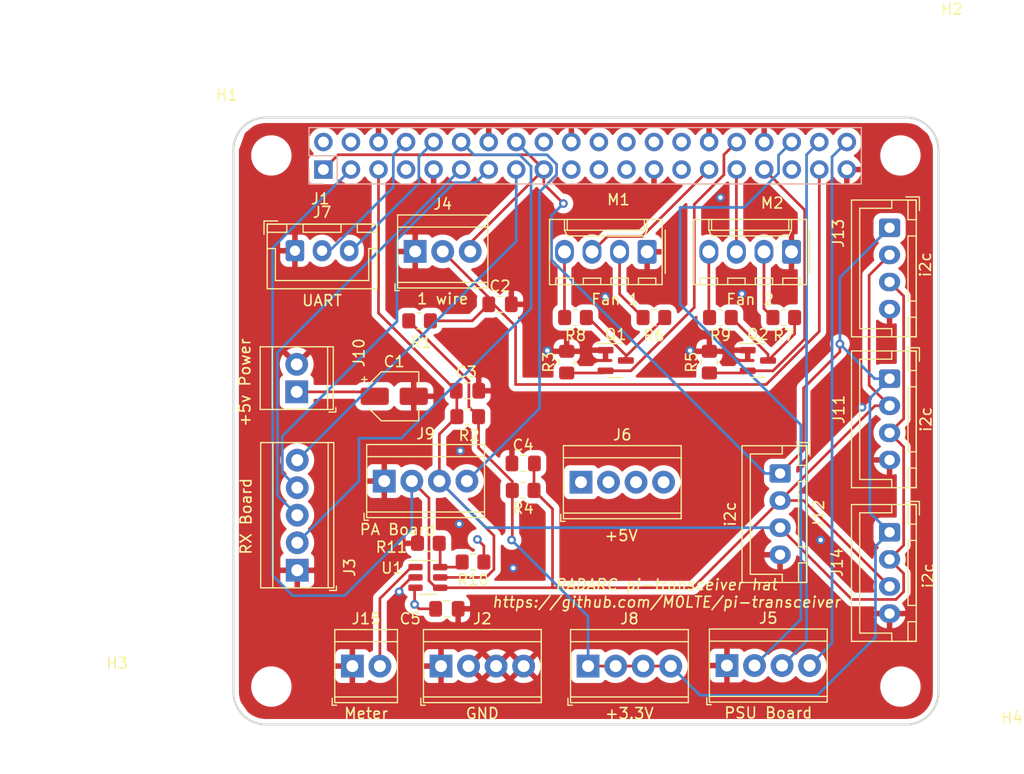
<source format=kicad_pcb>
(kicad_pcb (version 20211014) (generator pcbnew)
  (title_block (title "Internet Interrupter v1") (rev "1") (company "Edje Electronics"))
  (layers (0 "F.Cu" signal) (1 "In1.Cu" power) (2 "In2.Cu" power) (31 "B.Cu" signal) (34 "B.Paste" user) (35 "F.Paste" user) (36 "B.SilkS" user "B.Silkscreen") (37 "F.SilkS" user "F.Silkscreen") (38 "B.Mask" user) (39 "F.Mask" user) (44 "Edge.Cuts" user))
  (net 0 "")
  (net 1 "+3V3")
  (net 2 "+5V")
  (net 3 "Net-(C2-Pad1)")
  (net 4 "Net-(C3-Pad2)")
  (net 5 "GND")
  (net 6 "Net-(J1-Pad8)")
  (net 8 "Net-(J1-Pad10)")
  (net 9 "Net-(J1-Pad11)")
  (net 10 "Net-(J1-Pad12)")
  (net 11 "Net-(J1-Pad13)")
  (net 12 "Net-(J1-Pad15)")
  (net 13 "Net-(J1-Pad16)")
  (net 14 "Net-(J1-Pad29)")
  (net 15 "Net-(J1-Pad31)")
  (net 16 "Net-(J1-Pad32)")
  (net 17 "Net-(J1-Pad33)")
  (net 20 "Net-(J1-Pad36)")
  (net 25 "Net-(C4-Pad2)")
  (net 29 "Net-(J1-Pad38)")
  (net 30 "Net-(J1-Pad40)")
  (net 31 "Net-(J15-Pad2)")
  (net 32 "Net-(M1-Pad4)")
  (net 33 "Net-(M2-Pad4)")
  (net 34 "Net-(Q1-Pad3)")
  (net 36 "Net-(Q2-Pad3)")
  (net 37 "Net-(R10-Pad2)")
  (footprint "MountingHole:MountingHole_2.7mm_M2.5" (layer "F.Cu") (at 166 74.25)
    (fp_text reference "H2" (at 4.7388 -13.4932) (layer "F.SilkS"))
    (fp_text value "MountingHole_Pad")
    (pad "" np_thru_hole circle (at 0 0) (size 2.7 2.7) (drill 2.7) (layers *.Cu *.Mask))
  )
  (footprint "MountingHole:MountingHole_2.7mm_M2.5" (layer "F.Cu") (at 166 123.25)
    (fp_text reference "H4" (at 10.276 2.8864) (layer "F.SilkS"))
    (fp_text value "MountingHole_Pad")
    (pad "" np_thru_hole circle (at 0 0) (size 2.7 2.7) (drill 2.7) (layers *.Cu *.Mask))
  )
  (footprint "MountingHole:MountingHole_2.7mm_M2.5" (layer "F.Cu") (at 108 123.25)
    (fp_text reference "H3" (at -14.2232 -2.1428) (layer "F.SilkS"))
    (fp_text value "MountingHole_Pad")
    (pad "" np_thru_hole circle (at 0 0) (size 2.7 2.7) (drill 2.7) (layers *.Cu *.Mask))
  )
  (footprint "MountingHole:MountingHole_2.7mm_M2.5" (layer "F.Cu") (at 108 74.25)
    (fp_text reference "H1" (at -4.114 -5.5684) (layer "F.SilkS"))
    (fp_text value "MountingHole_Pad")
    (pad "" np_thru_hole circle (at 0 0) (size 2.7 2.7) (drill 2.7) (layers *.Cu *.Mask))
  )
  (footprint "Resistor_SMD:R_0805_2012Metric_Pad1.20x1.40mm_HandSolder" (layer "F.Cu") (at 131.2164 105.156 180)
    (fp_text reference "R4" (at 0 -1.65) (layer "F.SilkS"))
    (fp_text value "4.7K")
    (pad "1" smd roundrect (at -1 0 180) (size 1.2 1.4) (layers "F.Cu" "F.Paste" "F.Mask") (roundrect_rratio 0.2083333333) (net 25 "Net-(C4-Pad2)"))
    (pad "2" smd roundrect (at 1 0 180) (size 1.2 1.4) (layers "F.Cu" "F.Paste" "F.Mask") (roundrect_rratio 0.2083333333) (net 1 "+3V3"))
  )
  (footprint "Capacitor_SMD:C_0805_2012Metric_Pad1.18x1.45mm_HandSolder" (layer "F.Cu") (at 129.0828 87.9856)
    (fp_text reference "C2" (at 0 -1.68) (layer "F.SilkS"))
    (fp_text value "100nF")
    (pad "1" smd roundrect (at -1.0375 0) (size 1.175 1.45) (layers "F.Cu" "F.Paste" "F.Mask") (roundrect_rratio 0.2127659574) (net 3 "Net-(C2-Pad1)"))
    (pad "2" smd roundrect (at 1.0375 0) (size 1.175 1.45) (layers "F.Cu" "F.Paste" "F.Mask") (roundrect_rratio 0.2127659574) (net 5 "GND"))
  )
  (footprint "Connector_JST:JST_XH_B4B-XH-A_1x04_P2.50mm_Vertical" (layer "F.Cu") (at 154.9062 103.5904 -90)
    (fp_text reference "J12" (at 3.75 -3.55 -90) (layer "F.SilkS"))
    (fp_text value "i2c" (at 3.75 4.6 -90) (layer "F.SilkS"))
    (pad "1" thru_hole roundrect (at 0 0 270) (size 1.7 1.95) (drill 0.95) (layers *.Cu *.Mask) (roundrect_rratio 0.1470588235) (net 1 "+3V3"))
    (pad "2" thru_hole oval (at 2.5 0 270) (size 1.7 1.95) (drill 0.95) (layers *.Cu *.Mask) (net 25 "Net-(C4-Pad2)"))
    (pad "3" thru_hole oval (at 5 0 270) (size 1.7 1.95) (drill 0.95) (layers *.Cu *.Mask) (net 4 "Net-(C3-Pad2)"))
    (pad "4" thru_hole oval (at 7.5 0 270) (size 1.7 1.95) (drill 0.95) (layers *.Cu *.Mask) (net 5 "GND"))
  )
  (footprint "TerminalBlock_TE-Connectivity:TerminalBlock_TE_282834-4_1x04_P2.54mm_Horizontal" (layer "F.Cu") (at 150.0074 121.3104)
    (fp_text reference "J5" (at 3.81 -4.37) (layer "F.SilkS"))
    (fp_text value "PSU Board" (at 3.81 4.37) (layer "F.SilkS"))
    (pad "1" thru_hole rect (at 0 0) (size 2.1 2.1) (drill 1.1) (layers *.Cu *.Mask) (net 5 "GND"))
    (pad "2" thru_hole circle (at 2.54 0) (size 2.1 2.1) (drill 1.1) (layers *.Cu *.Mask) (net 20 "Net-(J1-Pad36)"))
    (pad "3" thru_hole circle (at 5.08 0) (size 2.1 2.1) (drill 1.1) (layers *.Cu *.Mask) (net 29 "Net-(J1-Pad38)"))
    (pad "4" thru_hole circle (at 7.62 0) (size 2.1 2.1) (drill 1.1) (layers *.Cu *.Mask) (net 30 "Net-(J1-Pad40)"))
  )
  (footprint "Package_TO_SOT_SMD:SOT-23" (layer "F.Cu") (at 139.7508 93.1672)
    (fp_text reference "Q1" (at 0 -2.4) (layer "F.SilkS"))
    (fp_text value "2N7000")
    (pad "1" smd roundrect (at -0.9375 -0.95) (size 1.475 0.6) (layers "F.Cu" "F.Paste" "F.Mask") (net 5 "GND"))
    (pad "2" smd roundrect (at -0.9375 0.95) (size 1.475 0.6) (layers "F.Cu" "F.Paste" "F.Mask") (net 16 "Net-(J1-Pad32)"))
    (pad "3" smd roundrect (at 0.9375 0) (size 1.475 0.6) (layers "F.Cu" "F.Paste" "F.Mask") (net 34 "Net-(Q1-Pad3)"))
  )
  (footprint "Resistor_SMD:R_0805_2012Metric_Pad1.20x1.40mm_HandSolder" (layer "F.Cu") (at 149.4028 89.2048 180)
    (fp_text reference "R9" (at 0 -1.65) (layer "F.SilkS"))
    (fp_text value "2K")
    (pad "1" smd roundrect (at -1 0 180) (size 1.2 1.4) (layers "F.Cu" "F.Paste" "F.Mask") (roundrect_rratio 0.2083333333) (net 36 "Net-(Q2-Pad3)"))
    (pad "2" smd roundrect (at 1 0 180) (size 1.2 1.4) (layers "F.Cu" "F.Paste" "F.Mask") (roundrect_rratio 0.2083333333) (net 33 "Net-(M2-Pad4)"))
  )
  (footprint "TerminalBlock_TE-Connectivity:TerminalBlock_TE_282834-4_1x04_P2.54mm_Horizontal" (layer "F.Cu") (at 118.4098 104.2924)
    (fp_text reference "J9" (at 3.81 -4.37) (layer "F.SilkS"))
    (fp_text value "PA Board" (at 1.2242 4.4704) (layer "F.SilkS"))
    (pad "1" thru_hole rect (at 0 0) (size 2.1 2.1) (drill 1.1) (layers *.Cu *.Mask) (net 5 "GND"))
    (pad "2" thru_hole circle (at 2.54 0) (size 2.1 2.1) (drill 1.1) (layers *.Cu *.Mask) (net 25 "Net-(C4-Pad2)"))
    (pad "3" thru_hole circle (at 5.08 0) (size 2.1 2.1) (drill 1.1) (layers *.Cu *.Mask) (net 4 "Net-(C3-Pad2)"))
    (pad "4" thru_hole circle (at 7.62 0) (size 2.1 2.1) (drill 1.1) (layers *.Cu *.Mask) (net 13 "Net-(J1-Pad16)"))
  )
  (footprint "Resistor_SMD:R_0805_2012Metric_Pad1.20x1.40mm_HandSolder" (layer "F.Cu") (at 136.0424 89.2048 180)
    (fp_text reference "R8" (at 0 -1.65) (layer "F.SilkS"))
    (fp_text value "2K")
    (pad "1" smd roundrect (at -1 0 180) (size 1.2 1.4) (layers "F.Cu" "F.Paste" "F.Mask") (roundrect_rratio 0.2083333333) (net 34 "Net-(Q1-Pad3)"))
    (pad "2" smd roundrect (at 1 0 180) (size 1.2 1.4) (layers "F.Cu" "F.Paste" "F.Mask") (roundrect_rratio 0.2083333333) (net 32 "Net-(M1-Pad4)"))
  )
  (footprint "TerminalBlock_TE-Connectivity:TerminalBlock_TE_282834-4_1x04_P2.54mm_Horizontal" (layer "F.Cu") (at 123.6422 121.3612)
    (fp_text reference "J2" (at 3.81 -4.37) (layer "F.SilkS"))
    (fp_text value "GND" (at 3.81 4.37) (layer "F.SilkS"))
    (pad "1" thru_hole rect (at 0 0) (size 2.1 2.1) (drill 1.1) (layers *.Cu *.Mask) (net 5 "GND"))
    (pad "2" thru_hole circle (at 2.54 0) (size 2.1 2.1) (drill 1.1) (layers *.Cu *.Mask) (net 5 "GND"))
    (pad "3" thru_hole circle (at 5.08 0) (size 2.1 2.1) (drill 1.1) (layers *.Cu *.Mask) (net 5 "GND"))
    (pad "4" thru_hole circle (at 7.62 0) (size 2.1 2.1) (drill 1.1) (layers *.Cu *.Mask) (net 5 "GND"))
  )
  (footprint "Resistor_SMD:R_0805_2012Metric_Pad1.20x1.40mm_HandSolder" (layer "F.Cu") (at 143.272 89.2048 180)
    (fp_text reference "R6" (at 0 -1.65) (layer "F.SilkS"))
    (fp_text value "10K")
    (pad "1" smd roundrect (at -1 0 180) (size 1.2 1.4) (layers "F.Cu" "F.Paste" "F.Mask") (roundrect_rratio 0.2083333333) (net 34 "Net-(Q1-Pad3)"))
    (pad "2" smd roundrect (at 1 0 180) (size 1.2 1.4) (layers "F.Cu" "F.Paste" "F.Mask") (roundrect_rratio 0.2083333333) (net 2 "+5V"))
  )
  (footprint "Resistor_SMD:R_0805_2012Metric_Pad1.20x1.40mm_HandSolder" (layer "F.Cu") (at 126.5936 111.76 180)
    (fp_text reference "R10" (at 0 -1.65) (layer "F.SilkS"))
    (fp_text value "4.7K")
    (pad "1" smd roundrect (at -1 0 180) (size 1.2 1.4) (layers "F.Cu" "F.Paste" "F.Mask") (roundrect_rratio 0.2083333333) (net 2 "+5V"))
    (pad "2" smd roundrect (at 1 0 180) (size 1.2 1.4) (layers "F.Cu" "F.Paste" "F.Mask") (roundrect_rratio 0.2083333333) (net 37 "Net-(R10-Pad2)"))
  )
  (footprint "Connector_JST:JST_XH_B4B-XH-A_1x04_P2.50mm_Vertical" (layer "F.Cu") (at 164.9984 109.0168 -90)
    (fp_text reference "J14" (at 2.794 4.826 -90) (layer "F.SilkS"))
    (fp_text value "i2c" (at 4.0132 -3.556 -90) (layer "F.SilkS"))
    (pad "1" thru_hole roundrect (at 0 0 270) (size 1.7 1.95) (drill 0.95) (layers *.Cu *.Mask) (roundrect_rratio 0.1470588235) (net 1 "+3V3"))
    (pad "2" thru_hole oval (at 2.5 0 270) (size 1.7 1.95) (drill 0.95) (layers *.Cu *.Mask) (net 4 "Net-(C3-Pad2)"))
    (pad "3" thru_hole oval (at 5 0 270) (size 1.7 1.95) (drill 0.95) (layers *.Cu *.Mask) (net 25 "Net-(C4-Pad2)"))
    (pad "4" thru_hole oval (at 7.5 0 270) (size 1.7 1.95) (drill 0.95) (layers *.Cu *.Mask) (net 5 "GND"))
  )
  (footprint "Capacitor_SMD:CP_Elec_4x5.4" (layer "F.Cu") (at 119.3292 96.4692)
    (fp_text reference "C1" (at 0 -3.2) (layer "F.SilkS"))
    (fp_text value "10uF")
    (pad "1" smd roundrect (at -1.8 0) (size 2.6 1.6) (layers "F.Cu" "F.Paste" "F.Mask") (roundrect_rratio 0.15625) (net 2 "+5V"))
    (pad "2" smd roundrect (at 1.8 0) (size 2.6 1.6) (layers "F.Cu" "F.Paste" "F.Mask") (roundrect_rratio 0.15625) (net 5 "GND"))
  )
  (footprint "TerminalBlock_TE-Connectivity:TerminalBlock_TE_282834-4_1x04_P2.54mm_Horizontal" (layer "F.Cu") (at 137.2058 121.3612)
    (fp_text reference "J8" (at 3.81 -4.37) (layer "F.SilkS"))
    (fp_text value "+3.3V" (at 3.81 4.37) (layer "F.SilkS"))
    (pad "1" thru_hole rect (at 0 0) (size 2.1 2.1) (drill 1.1) (layers *.Cu *.Mask) (net 1 "+3V3"))
    (pad "2" thru_hole circle (at 2.54 0) (size 2.1 2.1) (drill 1.1) (layers *.Cu *.Mask) (net 1 "+3V3"))
    (pad "3" thru_hole circle (at 5.08 0) (size 2.1 2.1) (drill 1.1) (layers *.Cu *.Mask) (net 1 "+3V3"))
    (pad "4" thru_hole circle (at 7.62 0) (size 2.1 2.1) (drill 1.1) (layers *.Cu *.Mask) (net 1 "+3V3"))
  )
  (footprint "Capacitor_SMD:C_0805_2012Metric_Pad1.18x1.45mm_HandSolder" (layer "F.Cu") (at 131.2164 102.6668)
    (fp_text reference "C4" (at 0 -1.68) (layer "F.SilkS"))
    (fp_text value "100nF")
    (pad "1" smd roundrect (at -1.0375 0) (size 1.175 1.45) (layers "F.Cu" "F.Paste" "F.Mask") (roundrect_rratio 0.2127659574) (net 5 "GND"))
    (pad "2" smd roundrect (at 1.0375 0) (size 1.175 1.45) (layers "F.Cu" "F.Paste" "F.Mask") (roundrect_rratio 0.2127659574) (net 25 "Net-(C4-Pad2)"))
  )
  (footprint "Connector_Molex:Molex_KK-254_AE-6410-04A_1x04_P2.54mm_Vertical" (layer "F.Cu") (at 142.6464 83.1396 180)
    (fp_text reference "M1" (at 2.6416 4.806) (layer "F.SilkS"))
    (fp_text value "Fan 1" (at 2.9464 -4.3888) (layer "F.SilkS"))
    (pad "1" thru_hole roundrect (at 0 0 180) (size 1.74 2.19) (drill 1.19) (layers *.Cu *.Mask) (roundrect_rratio 0.1436781609) (net 5 "GND"))
    (pad "2" thru_hole oval (at 2.54 0 180) (size 1.74 2.19) (drill 1.19) (layers *.Cu *.Mask) (net 2 "+5V"))
    (pad "3" thru_hole oval (at 5.08 0 180) (size 1.74 2.19) (drill 1.19) (layers *.Cu *.Mask) (net 14 "Net-(J1-Pad29)"))
    (pad "4" thru_hole oval (at 7.62 0 180) (size 1.74 2.19) (drill 1.19) (layers *.Cu *.Mask) (net 32 "Net-(M1-Pad4)"))
  )
  (footprint "Capacitor_SMD:C_0805_2012Metric_Pad1.18x1.45mm_HandSolder" (layer "F.Cu") (at 126.0856 95.9612 180)
    (fp_text reference "C3" (at 0.1016 1.7272) (layer "F.SilkS"))
    (fp_text value "100nF")
    (pad "1" smd roundrect (at -1.0375 0 180) (size 1.175 1.45) (layers "F.Cu" "F.Paste" "F.Mask") (roundrect_rratio 0.2127659574) (net 5 "GND"))
    (pad "2" smd roundrect (at 1.0375 0 180) (size 1.175 1.45) (layers "F.Cu" "F.Paste" "F.Mask") (roundrect_rratio 0.2127659574) (net 4 "Net-(C3-Pad2)"))
  )
  (footprint "Connector_JST:JST_XH_B3B-XH-A_1x03_P2.50mm_Vertical" (layer "F.Cu") (at 110.1744 83.041)
    (fp_text reference "J7" (at 2.5 -3.55) (layer "F.SilkS"))
    (fp_text value "UART" (at 2.5 4.6) (layer "F.SilkS"))
    (pad "1" thru_hole roundrect (at 0 0) (size 1.7 1.95) (drill 0.95) (layers *.Cu *.Mask) (roundrect_rratio 0.1470588235) (net 5 "GND"))
    (pad "2" thru_hole oval (at 2.5 0) (size 1.7 1.95) (drill 0.95) (layers *.Cu *.Mask) (net 6 "Net-(J1-Pad8)"))
    (pad "3" thru_hole oval (at 5 0) (size 1.7 1.95) (drill 0.95) (layers *.Cu *.Mask) (net 8 "Net-(J1-Pad10)"))
  )
  (footprint "TerminalBlock_TE-Connectivity:TerminalBlock_TE_282834-5_1x05_P2.54mm_Horizontal" (layer "F.Cu") (at 110.3884 112.522 90)
    (fp_text reference "J3" (at 0.254 4.826 90) (layer "F.SilkS"))
    (fp_text value "RX Board" (at 4.9784 -4.7244 270) (layer "F.SilkS"))
    (pad "1" thru_hole rect (at 0 0 90) (size 2.1 2.1) (drill 1.1) (layers *.Cu *.Mask) (net 5 "GND"))
    (pad "2" thru_hole circle (at 2.54 0 90) (size 2.1 2.1) (drill 1.1) (layers *.Cu *.Mask) (net 10 "Net-(J1-Pad12)"))
    (pad "3" thru_hole circle (at 5.08 0 90) (size 2.1 2.1) (drill 1.1) (layers *.Cu *.Mask) (net 9 "Net-(J1-Pad11)"))
    (pad "4" thru_hole circle (at 7.62 0 90) (size 2.1 2.1) (drill 1.1) (layers *.Cu *.Mask) (net 11 "Net-(J1-Pad13)"))
    (pad "5" thru_hole circle (at 10.16 0 90) (size 2.1 2.1) (drill 1.1) (layers *.Cu *.Mask) (net 12 "Net-(J1-Pad15)"))
  )
  (footprint "Resistor_SMD:R_0805_2012Metric_Pad1.20x1.40mm_HandSolder" (layer "F.Cu") (at 122.4788 110.0328 180)
    (fp_text reference "R11" (at 3.4036 -0.3556) (layer "F.SilkS"))
    (fp_text value "0R")
    (pad "1" smd roundrect (at -1 0 180) (size 1.2 1.4) (layers "F.Cu" "F.Paste" "F.Mask") (roundrect_rratio 0.2083333333) (net 37 "Net-(R10-Pad2)"))
    (pad "2" smd roundrect (at 1 0 180) (size 1.2 1.4) (layers "F.Cu" "F.Paste" "F.Mask") (roundrect_rratio 0.2083333333) (net 5 "GND"))
  )
  (footprint "TerminalBlock_TE-Connectivity:TerminalBlock_TE_282834-2_1x02_P2.54mm_Horizontal" (layer "F.Cu") (at 110.3376 96.0628 90)
    (fp_text reference "J10" (at 3.6068 5.7404 90) (layer "F.SilkS"))
    (fp_text value "+5v Power" (at 0.8636 -4.7752 90) (layer "F.SilkS"))
    (pad "1" thru_hole rect (at 0 0 90) (size 2.1 2.1) (drill 1.1) (layers *.Cu *.Mask) (net 2 "+5V"))
    (pad "2" thru_hole circle (at 2.54 0 90) (size 2.1 2.1) (drill 1.1) (layers *.Cu *.Mask) (net 5 "GND"))
  )
  (footprint "TerminalBlock_TE-Connectivity:TerminalBlock_TE_282834-2_1x02_P2.54mm_Horizontal" (layer "F.Cu") (at 115.4684 121.3612)
    (fp_text reference "J15" (at 1.27 -4.37) (layer "F.SilkS"))
    (fp_text value "Meter" (at 1.27 4.37) (layer "F.SilkS"))
    (pad "1" thru_hole rect (at 0 0) (size 2.1 2.1) (drill 1.1) (layers *.Cu *.Mask) (net 5 "GND"))
    (pad "2" thru_hole circle (at 2.54 0) (size 2.1 2.1) (drill 1.1) (layers *.Cu *.Mask) (net 31 "Net-(J15-Pad2)"))
  )
  (footprint "TerminalBlock_TE-Connectivity:TerminalBlock_TE_282834-3_1x03_P2.54mm_Horizontal" (layer "F.Cu") (at 121.2596 83.1088)
    (fp_text reference "J4" (at 2.54 -4.37) (layer "F.SilkS"))
    (fp_text value "1 wire" (at 2.54 4.37) (layer "F.SilkS"))
    (pad "1" thru_hole rect (at 0 0) (size 2.1 2.1) (drill 1.1) (layers *.Cu *.Mask) (net 5 "GND"))
    (pad "2" thru_hole circle (at 2.54 0) (size 2.1 2.1) (drill 1.1) (layers *.Cu *.Mask) (net 3 "Net-(C2-Pad1)"))
    (pad "3" thru_hole circle (at 5.08 0) (size 2.1 2.1) (drill 1.1) (layers *.Cu *.Mask) (net 1 "+3V3"))
  )
  (footprint "Package_TO_SOT_SMD:SOT-23" (layer "F.Cu") (at 152.8572 93.1672)
    (fp_text reference "Q2" (at 0 -2.4) (layer "F.SilkS"))
    (fp_text value "2N7000")
    (pad "1" smd roundrect (at -0.9375 -0.95) (size 1.475 0.6) (layers "F.Cu" "F.Paste" "F.Mask") (net 5 "GND"))
    (pad "2" smd roundrect (at -0.9375 0.95) (size 1.475 0.6) (layers "F.Cu" "F.Paste" "F.Mask") (net 17 "Net-(J1-Pad33)"))
    (pad "3" smd roundrect (at 0.9375 0) (size 1.475 0.6) (layers "F.Cu" "F.Paste" "F.Mask") (net 36 "Net-(Q2-Pad3)"))
  )
  (footprint "Capacitor_SMD:C_0805_2012Metric_Pad1.18x1.45mm_HandSolder" (layer "F.Cu") (at 124.1845 116.078)
    (fp_text reference "C5" (at -3.3821 0.9144) (layer "F.SilkS"))
    (fp_text value "100nF")
    (pad "1" smd roundrect (at -1.0375 0) (size 1.175 1.45) (layers "F.Cu" "F.Paste" "F.Mask") (roundrect_rratio 0.2127659574) (net 2 "+5V"))
    (pad "2" smd roundrect (at 1.0375 0) (size 1.175 1.45) (layers "F.Cu" "F.Paste" "F.Mask") (roundrect_rratio 0.2127659574) (net 5 "GND"))
  )
  (footprint "Resistor_SMD:R_0805_2012Metric_Pad1.20x1.40mm_HandSolder" (layer "F.Cu") (at 155.2448 89.2048 180)
    (fp_text reference "R7" (at 0 -1.65) (layer "F.SilkS"))
    (fp_text value "10K")
    (pad "1" smd roundrect (at -1 0 180) (size 1.2 1.4) (layers "F.Cu" "F.Paste" "F.Mask") (roundrect_rratio 0.2083333333) (net 36 "Net-(Q2-Pad3)"))
    (pad "2" smd roundrect (at 1 0 180) (size 1.2 1.4) (layers "F.Cu" "F.Paste" "F.Mask") (roundrect_rratio 0.2083333333) (net 2 "+5V"))
  )
  (footprint "Connector_Molex:Molex_KK-254_AE-6410-04A_1x04_P2.54mm_Vertical" (layer "F.Cu") (at 155.956 83.1396 180)
    (fp_text reference "M2" (at 1.778 4.5012) (layer "F.SilkS"))
    (fp_text value "Fan 2" (at 3.81 -4.3888) (layer "F.SilkS"))
    (pad "1" thru_hole roundrect (at 0 0 180) (size 1.74 2.19) (drill 1.19) (layers *.Cu *.Mask) (roundrect_rratio 0.1436781609) (net 5 "GND"))
    (pad "2" thru_hole oval (at 2.54 0 180) (size 1.74 2.19) (drill 1.19) (layers *.Cu *.Mask) (net 2 "+5V"))
    (pad "3" thru_hole oval (at 5.08 0 180) (size 1.74 2.19) (drill 1.19) (layers *.Cu *.Mask) (net 15 "Net-(J1-Pad31)"))
    (pad "4" thru_hole oval (at 7.62 0 180) (size 1.74 2.19) (drill 1.19) (layers *.Cu *.Mask) (net 33 "Net-(M2-Pad4)"))
  )
  (footprint "Resistor_SMD:R_0805_2012Metric_Pad1.20x1.40mm_HandSolder" (layer "F.Cu") (at 121.666 89.5096 180)
    (fp_text reference "R1" (at -0.1524 -1.9812) (layer "F.SilkS"))
    (fp_text value "4.7K")
    (pad "1" smd roundrect (at -1 0 180) (size 1.2 1.4) (layers "F.Cu" "F.Paste" "F.Mask") (roundrect_rratio 0.2083333333) (net 3 "Net-(C2-Pad1)"))
    (pad "2" smd roundrect (at 1 0 180) (size 1.2 1.4) (layers "F.Cu" "F.Paste" "F.Mask") (roundrect_rratio 0.2083333333) (net 1 "+3V3"))
  )
  (footprint "Resistor_SMD:R_0805_2012Metric_Pad1.20x1.40mm_HandSolder" (layer "F.Cu") (at 135.2296 93.3172 90)
    (fp_text reference "R3" (at 0 -1.65 90) (layer "F.SilkS"))
    (fp_text value "10K")
    (pad "1" smd roundrect (at -1 0 90) (size 1.2 1.4) (layers "F.Cu" "F.Paste" "F.Mask") (roundrect_rratio 0.2083333333) (net 16 "Net-(J1-Pad32)"))
    (pad "2" smd roundrect (at 1 0 90) (size 1.2 1.4) (layers "F.Cu" "F.Paste" "F.Mask") (roundrect_rratio 0.2083333333) (net 5 "GND"))
  )
  (footprint "TerminalBlock_TE-Connectivity:TerminalBlock_TE_282834-4_1x04_P2.54mm_Horizontal" (layer "F.Cu") (at 136.5454 104.394)
    (fp_text reference "J6" (at 3.81 -4.37) (layer "F.SilkS"))
    (fp_text value "+5V" (at 3.7134 4.9276) (layer "F.SilkS"))
    (pad "1" thru_hole rect (at 0 0) (size 2.1 2.1) (drill 1.1) (layers *.Cu *.Mask) (net 2 "+5V"))
    (pad "2" thru_hole circle (at 2.54 0) (size 2.1 2.1) (drill 1.1) (layers *.Cu *.Mask) (net 2 "+5V"))
    (pad "3" thru_hole circle (at 5.08 0) (size 2.1 2.1) (drill 1.1) (layers *.Cu *.Mask) (net 2 "+5V"))
    (pad "4" thru_hole circle (at 7.62 0) (size 2.1 2.1) (drill 1.1) (layers *.Cu *.Mask) (net 2 "+5V"))
  )
  (footprint "Resistor_SMD:R_0805_2012Metric_Pad1.20x1.40mm_HandSolder" (layer "F.Cu") (at 148.3868 93.3172 90)
    (fp_text reference "R5" (at 0 -1.65 90) (layer "F.SilkS"))
    (fp_text value "10K")
    (pad "1" smd roundrect (at -1 0 90) (size 1.2 1.4) (layers "F.Cu" "F.Paste" "F.Mask") (roundrect_rratio 0.2083333333) (net 17 "Net-(J1-Pad33)"))
    (pad "2" smd roundrect (at 1 0 90) (size 1.2 1.4) (layers "F.Cu" "F.Paste" "F.Mask") (roundrect_rratio 0.2083333333) (net 5 "GND"))
  )
  (footprint "Package_TO_SOT_SMD:SOT-23-6" (layer "F.Cu") (at 122.428 113.1824)
    (fp_text reference "U1" (at -3.302 -0.8636) (layer "F.SilkS"))
    (fp_text value "MCP4725xxx-xCH")
    (pad "1" smd roundrect (at -1.1375 -0.95) (size 1.325 0.6) (layers "F.Cu" "F.Paste" "F.Mask") (net 31 "Net-(J15-Pad2)"))
    (pad "2" smd roundrect (at -1.1375 0) (size 1.325 0.6) (layers "F.Cu" "F.Paste" "F.Mask") (net 5 "GND"))
    (pad "3" smd roundrect (at -1.1375 0.95) (size 1.325 0.6) (layers "F.Cu" "F.Paste" "F.Mask") (net 2 "+5V"))
    (pad "4" smd roundrect (at 1.1375 0.95) (size 1.325 0.6) (layers "F.Cu" "F.Paste" "F.Mask") (net 25 "Net-(C4-Pad2)"))
    (pad "5" smd roundrect (at 1.1375 0) (size 1.325 0.6) (layers "F.Cu" "F.Paste" "F.Mask") (net 4 "Net-(C3-Pad2)"))
    (pad "6" smd roundrect (at 1.1375 -0.95) (size 1.325 0.6) (layers "F.Cu" "F.Paste" "F.Mask") (net 37 "Net-(R10-Pad2)"))
  )
  (footprint "Connector_JST:JST_XH_B4B-XH-A_1x04_P2.50mm_Vertical" (layer "F.Cu") (at 164.9984 94.8436 -90)
    (fp_text reference "J11" (at 2.8448 4.6736 -90) (layer "F.SilkS"))
    (fp_text value "i2c" (at 3.7592 -3.3528 -90) (layer "F.SilkS"))
    (pad "1" thru_hole roundrect (at 0 0 270) (size 1.7 1.95) (drill 0.95) (layers *.Cu *.Mask) (roundrect_rratio 0.1470588235) (net 1 "+3V3"))
    (pad "2" thru_hole oval (at 2.5 0 270) (size 1.7 1.95) (drill 0.95) (layers *.Cu *.Mask) (net 25 "Net-(C4-Pad2)"))
    (pad "3" thru_hole oval (at 5 0 270) (size 1.7 1.95) (drill 0.95) (layers *.Cu *.Mask) (net 4 "Net-(C3-Pad2)"))
    (pad "4" thru_hole oval (at 7.5 0 270) (size 1.7 1.95) (drill 0.95) (layers *.Cu *.Mask) (net 5 "GND"))
  )
  (footprint "Connector_JST:JST_XH_B4B-XH-A_1x04_P2.50mm_Vertical" (layer "F.Cu") (at 164.9984 80.9244 -90)
    (fp_text reference "J13" (at 0.508 4.7244 -90) (layer "F.SilkS"))
    (fp_text value "i2c" (at 3.4036 -3.302 -90) (layer "F.SilkS"))
    (pad "1" thru_hole roundrect (at 0 0 270) (size 1.7 1.95) (drill 0.95) (layers *.Cu *.Mask) (roundrect_rratio 0.1470588235) (net 1 "+3V3"))
    (pad "2" thru_hole oval (at 2.5 0 270) (size 1.7 1.95) (drill 0.95) (layers *.Cu *.Mask) (net 25 "Net-(C4-Pad2)"))
    (pad "3" thru_hole oval (at 5 0 270) (size 1.7 1.95) (drill 0.95) (layers *.Cu *.Mask) (net 4 "Net-(C3-Pad2)"))
    (pad "4" thru_hole oval (at 7.5 0 270) (size 1.7 1.95) (drill 0.95) (layers *.Cu *.Mask) (net 5 "GND"))
  )
  (footprint "Resistor_SMD:R_0805_2012Metric_Pad1.20x1.40mm_HandSolder" (layer "F.Cu") (at 126.1016 98.3488)
    (fp_text reference "R2" (at 0.1364 1.7272) (layer "F.SilkS"))
    (fp_text value "4.7K")
    (pad "1" smd roundrect (at -1 0) (size 1.2 1.4) (layers "F.Cu" "F.Paste" "F.Mask") (roundrect_rratio 0.2083333333) (net 4 "Net-(C3-Pad2)"))
    (pad "2" smd roundrect (at 1 0) (size 1.2 1.4) (layers "F.Cu" "F.Paste" "F.Mask") (roundrect_rratio 0.2083333333) (net 1 "+3V3"))
  )
  (footprint "Connector_PinSocket_2.54mm:PinSocket_2x20_P2.54mm_Vertical" (layer "B.Cu") (at 112.8 75.55 -90)
    (fp_text reference "J1" (at 2.7 0.3) (layer "F.SilkS"))
    (fp_text value "Raspberry_Pi_2_3")
    (pad "1" thru_hole rect locked (at 0 0 270) (size 1.7 1.7) (drill 1) (layers *.Cu *.Mask) (net 1 "+3V3"))
    (pad "2" thru_hole oval locked (at -2.54 0 270) (size 1.7 1.7) (drill 1) (layers *.Cu *.Mask) (net 2 "+5V"))
    (pad "3" thru_hole oval locked (at 0 -2.54 270) (size 1.7 1.7) (drill 1) (layers *.Cu *.Mask) (net 25 "Net-(C4-Pad2)"))
    (pad "4" thru_hole oval locked (at -2.54 -2.54 270) (size 1.7 1.7) (drill 1) (layers *.Cu *.Mask) (net 2 "+5V"))
    (pad "5" thru_hole oval locked (at 0 -5.08 270) (size 1.7 1.7) (drill 1) (layers *.Cu *.Mask) (net 4 "Net-(C3-Pad2)"))
    (pad "6" thru_hole oval locked (at -2.54 -5.08 270) (size 1.7 1.7) (drill 1) (layers *.Cu *.Mask) (net 5 "GND"))
    (pad "7" thru_hole oval locked (at 0 -7.62 270) (size 1.7 1.7) (drill 1) (layers *.Cu *.Mask))
    (pad "8" thru_hole oval locked (at -2.54 -7.62 270) (size 1.7 1.7) (drill 1) (layers *.Cu *.Mask) (net 6 "Net-(J1-Pad8)"))
    (pad "9" thru_hole oval locked (at 0 -10.16 270) (size 1.7 1.7) (drill 1) (layers *.Cu *.Mask) (net 5 "GND"))
    (pad "10" thru_hole oval locked (at -2.54 -10.16 270) (size 1.7 1.7) (drill 1) (layers *.Cu *.Mask) (net 8 "Net-(J1-Pad10)"))
    (pad "11" thru_hole oval locked (at 0 -12.7 270) (size 1.7 1.7) (drill 1) (layers *.Cu *.Mask) (net 9 "Net-(J1-Pad11)"))
    (pad "12" thru_hole oval locked (at -2.54 -12.7 270) (size 1.7 1.7) (drill 1) (layers *.Cu *.Mask) (net 10 "Net-(J1-Pad12)"))
    (pad "13" thru_hole oval locked (at 0 -15.24 270) (size 1.7 1.7) (drill 1) (layers *.Cu *.Mask) (net 11 "Net-(J1-Pad13)"))
    (pad "14" thru_hole oval locked (at -2.54 -15.24 270) (size 1.7 1.7) (drill 1) (layers *.Cu *.Mask) (net 5 "GND"))
    (pad "15" thru_hole oval locked (at 0 -17.78 270) (size 1.7 1.7) (drill 1) (layers *.Cu *.Mask) (net 12 "Net-(J1-Pad15)"))
    (pad "16" thru_hole oval locked (at -2.54 -17.78 270) (size 1.7 1.7) (drill 1) (layers *.Cu *.Mask) (net 13 "Net-(J1-Pad16)"))
    (pad "17" thru_hole oval locked (at 0 -20.32 270) (size 1.7 1.7) (drill 1) (layers *.Cu *.Mask) (net 1 "+3V3"))
    (pad "18" thru_hole oval locked (at -2.54 -20.32 270) (size 1.7 1.7) (drill 1) (layers *.Cu *.Mask))
    (pad "19" thru_hole oval locked (at 0 -22.86 270) (size 1.7 1.7) (drill 1) (layers *.Cu *.Mask))
    (pad "20" thru_hole oval locked (at -2.54 -22.86 270) (size 1.7 1.7) (drill 1) (layers *.Cu *.Mask) (net 5 "GND"))
    (pad "21" thru_hole oval locked (at 0 -25.4 270) (size 1.7 1.7) (drill 1) (layers *.Cu *.Mask))
    (pad "22" thru_hole oval locked (at -2.54 -25.4 270) (size 1.7 1.7) (drill 1) (layers *.Cu *.Mask))
    (pad "23" thru_hole oval locked (at 0 -27.94 270) (size 1.7 1.7) (drill 1) (layers *.Cu *.Mask))
    (pad "24" thru_hole oval locked (at -2.54 -27.94 270) (size 1.7 1.7) (drill 1) (layers *.Cu *.Mask))
    (pad "25" thru_hole oval locked (at 0 -30.48 270) (size 1.7 1.7) (drill 1) (layers *.Cu *.Mask) (net 5 "GND"))
    (pad "26" thru_hole oval locked (at -2.54 -30.48 270) (size 1.7 1.7) (drill 1) (layers *.Cu *.Mask))
    (pad "27" thru_hole oval locked (at 0 -33.02 270) (size 1.7 1.7) (drill 1) (layers *.Cu *.Mask))
    (pad "28" thru_hole oval locked (at -2.54 -33.02 270) (size 1.7 1.7) (drill 1) (layers *.Cu *.Mask))
    (pad "29" thru_hole oval locked (at 0 -35.56 270) (size 1.7 1.7) (drill 1) (layers *.Cu *.Mask) (net 14 "Net-(J1-Pad29)"))
    (pad "30" thru_hole oval locked (at -2.54 -35.56 270) (size 1.7 1.7) (drill 1) (layers *.Cu *.Mask) (net 5 "GND"))
    (pad "31" thru_hole oval locked (at 0 -38.1 270) (size 1.7 1.7) (drill 1) (layers *.Cu *.Mask) (net 15 "Net-(J1-Pad31)"))
    (pad "32" thru_hole oval locked (at -2.54 -38.1 270) (size 1.7 1.7) (drill 1) (layers *.Cu *.Mask) (net 16 "Net-(J1-Pad32)"))
    (pad "33" thru_hole oval locked (at 0 -40.64 270) (size 1.7 1.7) (drill 1) (layers *.Cu *.Mask) (net 17 "Net-(J1-Pad33)"))
    (pad "34" thru_hole oval locked (at -2.54 -40.64 270) (size 1.7 1.7) (drill 1) (layers *.Cu *.Mask) (net 5 "GND"))
    (pad "35" thru_hole oval locked (at 0 -43.18 270) (size 1.7 1.7) (drill 1) (layers *.Cu *.Mask))
    (pad "36" thru_hole oval locked (at -2.54 -43.18 270) (size 1.7 1.7) (drill 1) (layers *.Cu *.Mask) (net 20 "Net-(J1-Pad36)"))
    (pad "37" thru_hole oval locked (at 0 -45.72 270) (size 1.7 1.7) (drill 1) (layers *.Cu *.Mask) (net 3 "Net-(C2-Pad1)"))
    (pad "38" thru_hole oval locked (at -2.54 -45.72 270) (size 1.7 1.7) (drill 1) (layers *.Cu *.Mask) (net 29 "Net-(J1-Pad38)"))
    (pad "39" thru_hole oval locked (at 0 -48.26 270) (size 1.7 1.7) (drill 1) (layers *.Cu *.Mask) (net 5 "GND"))
    (pad "40" thru_hole oval locked (at -2.54 -48.26 270) (size 1.7 1.7) (drill 1) (layers *.Cu *.Mask) (net 30 "Net-(J1-Pad40)"))
  )
  (gr_arc (start 166.5 70.75) (mid 168.62132 71.62868) (end 169.5 73.75) (layer "Edge.Cuts") (width 0.2))
  (gr_arc (start 104.5 73.75) (mid 105.37868 71.62868) (end 107.5 70.75) (layer "Edge.Cuts") (width 0.2))
  (gr_line (start 166.5 70.75) (end 107.5 70.75) (layer "Edge.Cuts") (width 0.2))
  (gr_line (start 104.5 73.75) (end 104.5 123.75) (layer "Edge.Cuts") (width 0.2))
  (gr_line (start 107.5 126.75) (end 166.5 126.75) (layer "Edge.Cuts") (width 0.2))
  (gr_arc (start 107.5 126.75) (mid 105.37868 125.87132) (end 104.5 123.75) (layer "Edge.Cuts") (width 0.2))
  (gr_line (start 169.5 73.75) (end 169.5 123.75) (layer "Edge.Cuts") (width 0.2))
  (gr_arc (start 169.5 123.75) (mid 168.62132 125.87132) (end 166.5 126.75) (layer "Edge.Cuts") (width 0.2))
  (gr_text "RADARC pi-transceiver hat\nhttps://github.com/M0LTE/pi-transceiver\n" (at 144.4244 114.6556) (layer "F.SilkS") (effects (font (size 1 1) (thickness 0.15) italic)))
  (segment (start 157.0736 101.423) (end 157.0736 95.7072) (width 0.25) (layer "F.Cu") (net 1))
  (segment (start 130.2164 105.156) (end 130.2164 109.6612) (width 0.25) (layer "F.Cu") (net 1))
  (segment (start 142.2858 121.3612) (end 139.7458 121.3612) (width 0.25) (layer "F.Cu") (net 1))
  (segment (start 127.1016 98.3488) (end 126.21108 97.45828) (width 0.25) (layer "F.Cu") (net 1))
  (segment (start 157.0736 95.7072) (end 160.419011 92.361789) (width 0.25) (layer "F.Cu") (net 1))
  (segment (start 133.12 76.8844) (end 134.9248 78.6892) (width 0.25) (layer "F.Cu") (net 1))
  (segment (start 127.1016 101.214493) (end 127.1016 98.3488) (width 0.25) (layer "F.Cu") (net 1))
  (segment (start 160.419011 91.6432) (end 160.419011 92.361789) (width 0.25) (layer "F.Cu") (net 1))
  (segment (start 139.7458 121.3612) (end 137.2058 121.3612) (width 0.25) (layer "F.Cu") (net 1))
  (segment (start 114.165489 74.184511) (end 112.8 75.55) (width 0.25) (layer "F.Cu") (net 1))
  (segment (start 130.2164 104.329293) (end 127.1016 101.214493) (width 0.25) (layer "F.Cu") (net 1))
  (segment (start 126.3396 82.3304) (end 126.3396 83.1088) (width 0.25) (layer "F.Cu") (net 1))
  (segment (start 126.21108 95.05468) (end 120.666 89.5096) (width 0.25) (layer "F.Cu") (net 1))
  (segment (start 133.12 75.55) (end 126.3396 82.3304) (width 0.25) (layer "F.Cu") (net 1))
  (segment (start 133.12 75.55) (end 131.754511 74.184511) (width 0.25) (layer "F.Cu") (net 1))
  (segment (start 154.9062 103.5904) (end 157.0736 101.423) (width 0.25) (layer "F.Cu") (net 1))
  (segment (start 144.8258 121.3612) (end 142.2858 121.3612) (width 0.25) (layer "F.Cu") (net 1))
  (segment (start 130.2164 109.6612) (end 130.1496 109.728) (width 0.25) (layer "F.Cu") (net 1))
  (segment (start 126.21108 97.45828) (end 126.21108 95.05468) (width 0.25) (layer "F.Cu") (net 1))
  (segment (start 133.12 75.55) (end 133.12 76.8844) (width 0.25) (layer "F.Cu") (net 1))
  (segment (start 130.2164 105.156) (end 130.2164 104.329293) (width 0.25) (layer "F.Cu") (net 1))
  (segment (start 131.754511 74.184511) (end 114.165489 74.184511) (width 0.25) (layer "F.Cu") (net 1))
  (via (at 130.1496 109.728) (size 0.8) (drill 0.4) (layers "F.Cu" "B.Cu") (net 1))
  (via (at 134.9248 78.6892) (size 0.8) (drill 0.4) (layers "F.Cu" "B.Cu") (net 1))
  (via (at 160.419011 91.6432) (size 0.8) (drill 0.4) (layers "F.Cu" "B.Cu") (net 1))
  (segment (start 153.5268 103.5904) (end 154.9062 103.5904) (width 0.25) (layer "B.Cu") (net 1))
  (segment (start 134.9248 78.6892) (end 133.83188 79.78212) (width 0.25) (layer "B.Cu") (net 1))
  (segment (start 164.9984 109.0168) (end 163.69888 110.31632) (width 0.25) (layer "B.Cu") (net 1))
  (segment (start 158.3436 124.0536) (end 147.5182 124.0536) (width 0.25) (layer "B.Cu") (net 1))
  (segment (start 137.2058 116.7842) (end 137.2058 121.3612) (width 0.25) (layer "B.Cu") (net 1))
  (segment (start 163.69888 118.69832) (end 158.3436 124.0536) (width 0.25) (layer "B.Cu") (net 1))
  (segment (start 147.5182 124.0536) (end 144.8258 121.3612) (width 0.25) (layer "B.Cu") (net 1))
  (segment (start 133.83188 83.89548) (end 153.5268 103.5904) (width 0.25) (layer "B.Cu") (net 1))
  (segment (start 164.9984 94.8436) (end 163.182911 96.659089) (width 0.25) (layer "B.Cu") (net 1))
  (segment (start 160.419011 91.6432) (end 160.419011 85.503789) (width 0.25) (layer "B.Cu") (net 1))
  (segment (start 160.419011 91.6432) (end 163.619411 94.8436) (width 0.25) (layer "B.Cu") (net 1))
  (segment (start 133.83188 79.78212) (end 133.83188 83.89548) (width 0.25) (layer "B.Cu") (net 1))
  (segment (start 130.1496 109.728) (end 137.2058 116.7842) (width 0.25) (layer "B.Cu") (net 1))
  (segment (start 163.619411 94.8436) (end 164.9984 94.8436) (width 0.25) (layer "B.Cu") (net 1))
  (segment (start 163.182911 107.201311) (end 164.9984 109.0168) (width 0.25) (layer "B.Cu") (net 1))
  (segment (start 163.69888 110.31632) (end 163.69888 118.69832) (width 0.25) (layer "B.Cu") (net 1))
  (segment (start 160.419011 85.503789) (end 164.9984 80.9244) (width 0.25) (layer "B.Cu") (net 1))
  (segment (start 163.182911 96.659089) (end 163.182911 107.201311) (width 0.25) (layer "B.Cu") (net 1))
  (segment (start 110.3376 96.0628) (end 117.1228 96.0628) (width 0.25) (layer "F.Cu") (net 2))
  (segment (start 121.2088 114.2141) (end 121.2905 114.1324) (width 0.25) (layer "F.Cu") (net 2))
  (segment (start 127.5936 111.76) (end 127.5936 110.2708) (width 0.25) (layer "F.Cu") (net 2))
  (segment (start 121.2088 115.6716) (end 121.2088 114.2141) (width 0.25) (layer "F.Cu") (net 2))
  (segment (start 123.147 116.078) (end 121.6152 116.078) (width 0.25) (layer "F.Cu") (net 2))
  (segment (start 153.416 83.1396) (end 153.416 88.376) (width 0.25) (layer "F.Cu") (net 2))
  (segment (start 121.6152 116.078) (end 121.2088 115.6716) (width 0.25) (layer "F.Cu") (net 2))
  (segment (start 127.5936 110.2708) (end 127 109.6772) (width 0.25) (layer "F.Cu") (net 2))
  (segment (start 117.1228 96.0628) (end 117.5292 96.4692) (width 0.25) (layer "F.Cu") (net 2))
  (segment (start 153.416 88.376) (end 154.2448 89.2048) (width 0.25) (layer "F.Cu") (net 2))
  (segment (start 140.1064 83.1396) (end 140.1064 87.0392) (width 0.25) (layer "F.Cu") (net 2))
  (segment (start 140.1064 87.0392) (end 142.272 89.2048) (width 0.25) (layer "F.Cu") (net 2))
  (via (at 121.2088 115.6716) (size 0.8) (drill 0.4) (layers "F.Cu" "B.Cu") (net 2))
  (via (at 127 109.6772) (size 0.8) (drill 0.4) (layers "F.Cu" "B.Cu") (net 2))
  (segment (start 128.0453 87.3545) (end 128.0453 87.9856) (width 0.25) (layer "F.Cu") (net 3))
  (segment (start 122.666 89.5096) (end 126.5213 89.5096) (width 0.25) (layer "F.Cu") (net 3))
  (segment (start 123.7996 83.1088) (end 128.0453 87.3545) (width 0.25) (layer "F.Cu") (net 3))
  (segment (start 128.495307 87.9856) (end 128.0453 87.9856) (width 0.25) (layer "F.Cu") (net 3))
  (segment (start 130.51672 90.007013) (end 128.495307 87.9856) (width 0.25) (layer "F.Cu") (net 3))
  (segment (start 130.51672 95.38192) (end 130.51672 90.007013) (width 0.25) (layer "F.Cu") (net 3))
  (segment (start 158.52 90.48619) (end 153.62427 95.38192) (width 0.25) (layer "F.Cu") (net 3))
  (segment (start 153.62427 95.38192) (end 130.51672 95.38192) (width 0.25) (layer "F.Cu") (net 3))
  (segment (start 126.5213 89.5096) (end 128.0453 87.9856) (width 0.25) (layer "F.Cu") (net 3))
  (segment (start 158.52 75.55) (end 158.52 90.48619) (width 0.25) (layer "F.Cu") (net 3))
  (segment (start 128.51812 112.447973) (end 128.51812 109.32072) (width 0.25) (layer "F.Cu") (net 4))
  (segment (start 117.88 75.55) (end 117.88 88.7931) (width 0.25) (layer "F.Cu") (net 4))
  (segment (start 164.9984 99.8436) (end 166.29792 101.14312) (width 0.25) (layer "F.Cu") (net 4))
  (segment (start 127.783693 113.1824) (end 123.5655 113.1824) (width 0.25) (layer "F.Cu") (net 4))
  (segment (start 125.1016 98.3488) (end 125.1016 96.0147) (width 0.25) (layer "F.Cu") (net 4))
  (segment (start 117.88 88.7931) (end 125.0481 95.9612) (width 0.25) (layer "F.Cu") (net 4))
  (segment (start 164.9984 111.5168) (end 166.29792 112.81632) (width 0.25) (layer "F.Cu") (net 4))
  (segment (start 161.5302 115.2144) (end 154.9062 108.5904) (width 0.25) (layer "F.Cu") (net 4))
  (segment (start 127.783693 113.1824) (end 128.51812 112.447973) (width 0.25) (layer "F.Cu") (net 4))
  (segment (start 166.29792 87.22392) (end 166.29792 98.54408) (width 0.25) (layer "F.Cu") (net 4))
  (segment (start 166.29792 110.21728) (end 164.9984 111.5168) (width 0.25) (layer "F.Cu") (net 4))
  (segment (start 125.1016 96.0147) (end 125.0481 95.9612) (width 0.25) (layer "F.Cu") (net 4))
  (segment (start 166.29792 101.14312) (end 166.29792 110.21728) (width 0.25) (layer "F.Cu") (net 4))
  (segment (start 165.586822 115.2144) (end 161.5302 115.2144) (width 0.25) (layer "F.Cu") (net 4))
  (segment (start 123.4898 104.2924) (end 123.4898 99.9606) (width 0.25) (layer "F.Cu") (net 4))
  (segment (start 166.29792 114.503302) (end 165.586822 115.2144) (width 0.25) (layer "F.Cu") (net 4))
  (segment (start 166.29792 98.54408) (end 164.9984 99.8436) (width 0.25) (layer "F.Cu") (net 4))
  (segment (start 123.4898 99.9606) (end 125.1016 98.3488) (width 0.25) (layer "F.Cu") (net 4))
  (segment (start 128.51812 109.32072) (end 123.4898 104.2924) (width 0.25) (layer "F.Cu") (net 4))
  (segment (start 164.9984 85.9244) (end 166.29792 87.22392) (width 0.25) (layer "F.Cu") (net 4))
  (segment (start 166.29792 112.81632) (end 166.29792 114.503302) (width 0.25) (layer "F.Cu") (net 4))
  (segment (start 127.7878 108.5904) (end 123.4898 104.2924) (width 0.25) (layer "B.Cu") (net 4))
  (segment (start 154.9062 108.5904) (end 127.7878 108.5904) (width 0.25) (layer "B.Cu") (net 4))
  (segment (start 151.8197 92.3172) (end 151.9197 92.2172) (width 0.25) (layer "F.Cu") (net 5))
  (segment (start 135.1652 92.2528) (end 135.2296 92.3172) (width 0.25) (layer "F.Cu") (net 5))
  (segment (start 148.3224 92.2528) (end 148.3868 92.3172) (width 0.25) (layer "F.Cu") (net 5))
  (segment (start 120.906928 113.1824) (end 121.2905 113.1824) (width 0.25) (layer "F.Cu") (net 5))
  (segment (start 146.6088 92.2528) (end 148.3224 92.2528) (width 0.25) (layer "F.Cu") (net 5))
  (segment (start 148.3868 92.3172) (end 151.8197 92.3172) (width 0.25) (layer "F.Cu") (net 5))
  (segment (start 119.7864 114.5032) (end 119.7864 114.302928) (width 0.25) (layer "F.Cu") (net 5))
  (segment (start 138.8133 92.2172) (end 135.3296 92.2172) (width 0.25) (layer "F.Cu") (net 5))
  (segment (start 119.7864 114.302928) (end 120.906928 113.1824) (width 0.25) (layer "F.Cu") (net 5))
  (segment (start 133.4516 92.2528) (end 135.1652 92.2528) (width 0.25) (layer "F.Cu") (net 5))
  (segment (start 135.3296 92.2172) (end 135.2296 92.3172) (width 0.25) (layer "F.Cu") (net 5))
  (segment (start 162.4388 97.4656) (end 162.4584 97.4852) (width 0.25) (layer "F.Cu") (net 5))
  (via (at 119.7864 114.5032) (size 0.8) (drill 0.4) (layers "F.Cu" "B.Cu") (net 5))
  (via (at 138.7856 87.2744) (size 0.8) (drill 0.4) (layers "F.Cu" "B.Cu") (net 5))
  (via (at 151.384 87.0204) (size 0.8) (drill 0.4) (layers "F.Cu" "B.Cu") (net 5))
  (via (at 146.6088 92.2528) (size 0.8) (drill 0.4) (layers "F.Cu" "B.Cu") (net 5))
  (via (at 158.6484 109.728) (size 0.8) (drill 0.4) (layers "F.Cu" "B.Cu") (net 5))
  (via (at 125.4252 101.4984) (size 0.8) (drill 0.4) (layers "F.Cu" "B.Cu") (net 5))
  (via (at 149.4028 78.1304) (size 0.8) (drill 0.4) (layers "F.Cu" "B.Cu") (net 5))
  (via (at 133.4516 92.2528) (size 0.8) (drill 0.4) (layers "F.Cu" "B.Cu") (net 5))
  (via (at 162.4584 97.4852) (size 0.8) (drill 0.4) (layers "F.Cu" "B.Cu") (net 5))
  (via (at 125.3236 108.2548) (size 0.8) (drill 0.4) (layers "F.Cu" "B.Cu") (net 5))
  (via (at 130.302 112.3188) (size 0.8) (drill 0.4) (layers "F.Cu" "B.Cu") (net 5))
  (segment (start 119.245489 77.178911) (end 119.245489 74.184511) (width 0.25) (layer "B.Cu") (net 6))
  (segment (start 119.245489 74.184511) (end 120.42 73.01) (width 0.25) (layer "B.Cu") (net 6))
  (segment (start 113.3834 83.041) (end 119.245489 77.178911) (width 0.25) (layer "B.Cu") (net 6))
  (segment (start 112.6744 83.041) (end 113.3834 83.041) (width 0.25) (layer "B.Cu") (net 6))
  (segment (start 115.3834 83.041) (end 121.594511 76.829889) (width 0.25) (layer "B.Cu") (net 8))
  (segment (start 115.1744 83.041) (end 115.3834 83.041) (width 0.25) (layer "B.Cu") (net 8))
  (segment (start 121.594511 76.829889) (end 121.594511 74.375489) (width 0.25) (layer "B.Cu") (net 8))
  (segment (start 121.594511 74.375489) (end 122.96 73.01) (width 0.25) (layer "B.Cu") (net 8))
  (segment (start 110.3884 107.442) (end 108.564369 105.617969) (width 0.25) (layer "B.Cu") (net 9))
  (segment (start 108.564369 105.617969) (end 108.564369 92.419291) (width 0.25) (layer "B.Cu") (net 9))
  (segment (start 108.564369 92.419291) (end 125.43366 75.55) (width 0.25) (layer "B.Cu") (net 9))
  (segment (start 125.43366 75.55) (end 125.5 75.55) (width 0.25) (layer "B.Cu") (net 9))
  (segment (start 131.945489 88.374111) (end 131.945489 75.254479) (width 0.25) (layer "B.Cu") (net 10))
  (segment (start 131.945489 75.254479) (end 130.875521 74.184511) (width 0.25) (layer "B.Cu") (net 10))
  (segment (start 130.875521 74.184511) (end 126.674511 74.184511) (width 0.25) (layer "B.Cu") (net 10))
  (segment (start 126.674511 74.184511) (end 125.5 73.01) (width 0.25) (layer "B.Cu") (net 10))
  (segment (start 131.945489 88.374111) (end 119.9896 100.33) (width 0.25) (layer "B.Cu") (net 10))
  (segment (start 116.078 104.2924) (end 116.078 100.33) (width 0.25) (layer "B.Cu") (net 10))
  (segment (start 110.3884 109.982) (end 116.078 104.2924) (width 0.25) (layer "B.Cu") (net 10))
  (segment (start 119.9896 100.33) (end 116.078 100.33) (width 0.25) (layer "B.Cu") (net 10))
  (segment (start 119.5832 82.036178) (end 124.860578 76.7588) (width 0.25) (layer "B.Cu") (net 11))
  (segment (start 109.013889 103.527489) (end 109.013889 100.135533) (width 0.25) (layer "B.Cu") (net 11))
  (segment (start 124.860578 76.7588) (end 126.8312 76.7588) (width 0.25) (layer "B.Cu") (net 11))
  (segment (start 109.013889 100.135533) (end 119.5832 89.566222) (width 0.25) (layer "B.Cu") (net 11))
  (segment (start 126.8312 76.7588) (end 128.04 75.55) (width 0.25) (layer "B.Cu") (net 11))
  (segment (start 119.5832 89.566222) (end 119.5832 82.036178) (width 0.25) (layer "B.Cu") (net 11))
  (segment (start 110.3884 104.902) (end 109.013889 103.527489) (width 0.25) (layer "B.Cu") (net 11))
  (segment (start 130.58 82.1704) (end 130.58 75.55) (width 0.25) (layer "B.Cu") (net 12))
  (segment (start 110.3884 102.362) (end 130.58 82.1704) (width 0.25) (layer "B.Cu") (net 12))
  (segment (start 134.294511 76.036499) (end 134.294511 75.063501) (width 0.25) (layer "B.Cu") (net 13))
  (segment (start 126.0298 104.2924) (end 132.727089 97.595111) (width 0.25) (layer "B.Cu") (net 13))
  (segment (start 134.294511 75.063501) (end 133.415521 74.184511) (width 0.25) (layer "B.Cu") (net 13))
  (segment (start 132.727089 77.603921) (end 134.294511 76.036499) (width 0.25) (layer "B.Cu") (net 13))
  (segment (start 132.727089 97.595111) (end 132.727089 77.603921) (width 0.25) (layer "B.Cu") (net 13))
  (segment (start 133.415521 74.184511) (end 131.754511 74.184511) (width 0.25) (layer "B.Cu") (net 13))
  (segment (start 131.754511 74.184511) (end 130.58 73.01) (width 0.25) (layer "B.Cu") (net 13))
  (segment (start 137.5664 83.1396) (end 138.98592 81.72008) (width 0.25) (layer "F.Cu") (net 14))
  (segment (start 142.18992 81.72008) (end 148.36 75.55) (width 0.25) (layer "F.Cu") (net 14))
  (segment (start 138.98592 81.72008) (end 142.18992 81.72008) (width 0.25) (layer "F.Cu") (net 14))
  (segment (start 150.876 75.574) (end 150.9 75.55) (width 0.25) (layer "F.Cu") (net 15))
  (segment (start 150.876 83.1396) (end 150.876 75.574) (width 0.25) (layer "F.Cu") (net 15))
  (segment (start 149.725489 74.184511) (end 150.9 73.01) (width 0.25) (layer "F.Cu") (net 16))
  (segment (start 135.2296 94.3172) (end 138.6133 94.3172) (width 0.25) (layer "F.Cu") (net 16))
  (segment (start 146.994511 88.269561) (end 146.994511 78.760689) (width 0.25) (layer "F.Cu") (net 16))
  (segment (start 149.725489 76.029711) (end 149.725489 74.184511) (width 0.25) (layer "F.Cu") (net 16))
  (segment (start 146.994511 78.760689) (end 149.725489 76.029711) (width 0.25) (layer "F.Cu") (net 16))
  (segment (start 138.6133 94.3172) (end 138.8133 94.1172) (width 0.25) (layer "F.Cu") (net 16))
  (segment (start 138.8133 94.1172) (end 141.146872 94.1172) (width 0.25) (layer "F.Cu") (net 16))
  (segment (start 141.146872 94.1172) (end 146.994511 88.269561) (width 0.25) (layer "F.Cu") (net 16))
  (segment (start 154.253272 94.1172) (end 157.16932 91.201152) (width 0.25) (layer "F.Cu") (net 17))
  (segment (start 151.7197 94.3172) (end 151.9197 94.1172) (width 0.25) (layer "F.Cu") (net 17))
  (segment (start 157.16932 79.27932) (end 153.44 75.55) (width 0.25) (layer "F.Cu") (net 17))
  (segment (start 148.3868 94.3172) (end 151.7197 94.3172) (width 0.25) (layer "F.Cu") (net 17))
  (segment (start 151.9197 94.1172) (end 154.253272 94.1172) (width 0.25) (layer "F.Cu") (net 17))
  (segment (start 157.16932 91.201152) (end 157.16932 79.27932) (width 0.25) (layer "F.Cu") (net 17))
  (segment (start 156.8196 99.1108) (end 145.6944 87.9856) (width 0.25) (layer "B.Cu") (net 20))
  (segment (start 156.8196 117.0382) (end 156.8196 99.1108) (width 0.25) (layer "B.Cu") (net 20))
  (segment (start 145.6944 79.0448) (end 151.60621 79.0448) (width 0.25) (layer "B.Cu") (net 20))
  (segment (start 145.6944 87.9856) (end 145.6944 79.0448) (width 0.25) (layer "B.Cu") (net 20))
  (segment (start 154.76148 74.22852) (end 155.98 73.01) (width 0.25) (layer "B.Cu") (net 20))
  (segment (start 151.60621 79.0448) (end 154.76148 75.88953) (width 0.25) (layer "B.Cu") (net 20))
  (segment (start 154.76148 75.88953) (end 154.76148 74.22852) (width 0.25) (layer "B.Cu") (net 20))
  (segment (start 152.5474 121.3104) (end 156.8196 117.0382) (width 0.25) (layer "B.Cu") (net 20))
  (segment (start 163.653 97.3436) (end 154.9062 106.0904) (width 0.25) (layer "F.Cu") (net 25))
  (segment (start 133.924 114.1324) (end 146.8642 114.1324) (width 0.25) (layer "F.Cu") (net 25))
  (segment (start 123.5655 114.1324) (end 133.924 114.1324) (width 0.25) (layer "F.Cu") (net 25))
  (segment (start 122.5296 105.8722) (end 120.9498 104.2924) (width 0.25) (layer "F.Cu") (net 25))
  (segment (start 132.2164 102.7043) (end 132.2539 102.6668) (width 0.25) (layer "F.Cu") (net 25))
  (segment (start 157.072 106.0904) (end 164.9984 114.0168) (width 0.25) (layer "F.Cu") (net 25))
  (segment (start 132.2164 105.156) (end 132.2164 102.7043) (width 0.25) (layer "F.Cu") (net 25))
  (segment (start 123.181928 114.1324) (end 122.5296 113.480072) (width 0.25) (layer "F.Cu") (net 25))
  (segment (start 122.5296 113.480072) (end 122.5296 105.8722) (width 0.25) (layer "F.Cu") (net 25))
  (segment (start 164.9984 97.3436) (end 163.653 97.3436) (width 0.25) (layer "F.Cu") (net 25))
  (segment (start 123.5655 114.1324) (end 123.181928 114.1324) (width 0.25) (layer "F.Cu") (net 25))
  (segment (start 132.2164 105.156) (end 133.924 106.8636) (width 0.25) (layer "F.Cu") (net 25))
  (segment (start 163.1188 85.304) (end 163.1188 95.464) (width 0.25) (layer "F.Cu") (net 25))
  (segment (start 146.8642 114.1324) (end 154.9062 106.0904) (width 0.25) (layer "F.Cu") (net 25))
  (segment (start 154.9062 106.0904) (end 157.072 106.0904) (width 0.25) (layer "F.Cu") (net 25))
  (segment (start 164.9984 83.4244) (end 163.1188 85.304) (width 0.25) (layer "F.Cu") (net 25))
  (segment (start 163.1188 95.464) (end 164.9984 97.3436) (width 0.25) (layer "F.Cu") (net 25))
  (segment (start 133.924 106.8636) (end 133.924 114.1324) (width 0.25) (layer "F.Cu") (net 25))
  (segment (start 114.7572 114.8588) (end 120.9498 108.6662) (width 0.25) (layer "B.Cu") (net 25))
  (segment (start 108.114849 112.997471) (end 109.976178 114.8588) (width 0.25) (layer "B.Cu") (net 25))
  (segment (start 115.34 75.55) (end 108.114849 82.775151) (width 0.25) (layer "B.Cu") (net 25))
  (segment (start 108.114849 82.775151) (end 108.114849 112.997471) (width 0.25) (layer "B.Cu") (net 25))
  (segment (start 120.9498 108.6662) (end 120.9498 104.2924) (width 0.25) (layer "B.Cu") (net 25))
  (segment (start 109.976178 114.8588) (end 114.7572 114.8588) (width 0.25) (layer "B.Cu") (net 25))
  (segment (start 157.345489 119.052311) (end 157.345489 74.184511) (width 0.25) (layer "B.Cu") (net 29))
  (segment (start 157.345489 74.184511) (end 158.52 73.01) (width 0.25) (layer "B.Cu") (net 29))
  (segment (start 155.0874 121.3104) (end 157.345489 119.052311) (width 0.25) (layer "B.Cu") (net 29))
  (segment (start 159.694511 74.375489) (end 161.06 73.01) (width 0.25) (layer "B.Cu") (net 30))
  (segment (start 159.694511 119.243289) (end 159.694511 74.375489) (width 0.25) (layer "B.Cu") (net 30))
  (segment (start 157.6274 121.3104) (end 159.694511 119.243289) (width 0.25) (layer "B.Cu") (net 30))
  (segment (start 120.906928 112.2324) (end 118.0084 115.130928) (width 0.25) (layer "F.Cu") (net 31))
  (segment (start 121.2905 112.2324) (end 120.906928 112.2324) (width 0.25) (layer "F.Cu") (net 31))
  (segment (start 118.0084 115.130928) (end 118.0084 121.3612) (width 0.25) (layer "F.Cu") (net 31))
  (segment (start 135.0264 89.1888) (end 135.0424 89.2048) (width 0.25) (layer "F.Cu") (net 32))
  (segment (start 135.0264 83.1396) (end 135.0264 89.1888) (width 0.25) (layer "F.Cu") (net 32))
  (segment (start 148.336 89.138) (end 148.4028 89.2048) (width 0.25) (layer "F.Cu") (net 33))
  (segment (start 148.336 83.1396) (end 148.336 89.138) (width 0.25) (layer "F.Cu") (net 33))
  (segment (start 140.6883 93.1672) (end 140.6883 92.683628) (width 0.25) (layer "F.Cu") (net 34))
  (segment (start 140.6883 92.7885) (end 144.272 89.2048) (width 0.25) (layer "F.Cu") (net 34))
  (segment (start 137.209472 89.2048) (end 137.0424 89.2048) (width 0.25) (layer "F.Cu") (net 34))
  (segment (start 140.6883 92.683628) (end 137.209472 89.2048) (width 0.25) (layer "F.Cu") (net 34))
  (segment (start 140.6883 93.1672) (end 140.6883 92.7885) (width 0.25) (layer "F.Cu") (net 34))
  (segment (start 153.7947 93.1672) (end 156.2448 90.7171) (width 0.25) (layer "F.Cu") (net 36))
  (segment (start 150.4028 89.2048) (end 153.7947 92.5967) (width 0.25) (layer "F.Cu") (net 36))
  (segment (start 156.2448 90.7171) (end 156.2448 89.2048) (width 0.25) (layer "F.Cu") (net 36))
  (segment (start 153.7947 92.5967) (end 153.7947 93.1672) (width 0.25) (layer "F.Cu") (net 36))
  (segment (start 123.5655 112.2324) (end 123.5655 110.1195) (width 0.25) (layer "F.Cu") (net 37))
  (segment (start 123.5655 112.2324) (end 125.1212 112.2324) (width 0.25) (layer "F.Cu") (net 37))
  (segment (start 123.5655 110.1195) (end 123.4788 110.0328) (width 0.25) (layer "F.Cu") (net 37))
  (segment (start 125.1212 112.2324) (end 125.5936 111.76) (width 0.25) (layer "F.Cu") (net 37))
  (zone (net 5) (net_name "GND") (layer "F.Cu") (connect_pads (clearance 0.508)) (min_thickness 0.254) (fill yes (thermal_gap 0.508) (thermal_bridge_width 0.508))
    (polygon (pts (xy 168.5544 72.2884) (xy 169.2148 73.914) (xy 169.2148 124.5616) (xy 167.6908 126.238) (xy 164.7444 126.492) (xy 106.8324 126.3396) (xy 106.0196 125.8824) (xy 104.9528 124.3584) (xy 104.9528 73.7108) (xy 105.0544 73.6092) (xy 105.5624 72.1868) (xy 106.7308 71.2216) (xy 109.7788 71.2216) (xy 167.0812 71.0692)))
  )
)
</source>
